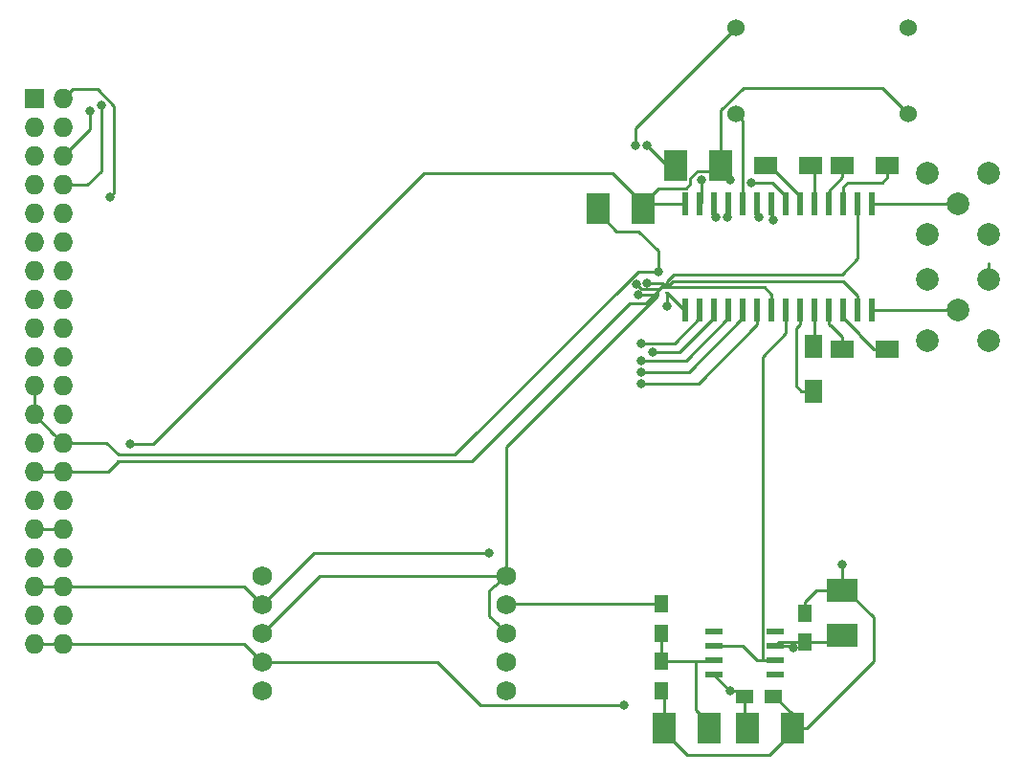
<source format=gtl>
G04 #@! TF.GenerationSoftware,KiCad,Pcbnew,(2017-12-02 revision 3109343)-master*
G04 #@! TF.CreationDate,2018-01-05T03:29:25-05:00*
G04 #@! TF.ProjectId,ddc112brd,6464633131326272642E6B696361645F,rev?*
G04 #@! TF.SameCoordinates,Original*
G04 #@! TF.FileFunction,Copper,L1,Top,Signal*
G04 #@! TF.FilePolarity,Positive*
%FSLAX46Y46*%
G04 Gerber Fmt 4.6, Leading zero omitted, Abs format (unit mm)*
G04 Created by KiCad (PCBNEW (2017-12-02 revision 3109343)-master) date Fri Jan  5 03:29:25 2018*
%MOMM*%
%LPD*%
G01*
G04 APERTURE LIST*
%ADD10C,1.998980*%
%ADD11R,0.600000X2.000000*%
%ADD12R,2.000000X2.794000*%
%ADD13C,1.524000*%
%ADD14R,1.550000X0.600000*%
%ADD15R,2.000000X1.600000*%
%ADD16R,1.600000X2.000000*%
%ADD17R,2.794000X2.000000*%
%ADD18R,1.500000X1.250000*%
%ADD19R,1.250000X1.500000*%
%ADD20O,1.727200X1.727200*%
%ADD21R,1.727200X1.727200*%
%ADD22R,1.300000X1.500000*%
%ADD23R,0.430000X0.280000*%
%ADD24C,1.727200*%
%ADD25C,0.800000*%
%ADD26C,0.250000*%
G04 APERTURE END LIST*
D10*
X189865000Y-74041000D03*
X192565020Y-76741020D03*
X192565020Y-71340980D03*
X187164980Y-71340980D03*
X187164980Y-76741020D03*
D11*
X182245000Y-83440000D03*
X180975000Y-83440000D03*
X179705000Y-83440000D03*
X178435000Y-83440000D03*
X177165000Y-83440000D03*
X175895000Y-83440000D03*
X174625000Y-83440000D03*
X173355000Y-83440000D03*
X172085000Y-83440000D03*
X170815000Y-83440000D03*
X169545000Y-83440000D03*
X168275000Y-83440000D03*
X167005000Y-83440000D03*
X165735000Y-83440000D03*
X165735000Y-74040000D03*
X167005000Y-74040000D03*
X168275000Y-74040000D03*
X169545000Y-74040000D03*
X170815000Y-74040000D03*
X172085000Y-74040000D03*
X173355000Y-74040000D03*
X174625000Y-74040000D03*
X175895000Y-74040000D03*
X177165000Y-74040000D03*
X178435000Y-74040000D03*
X179705000Y-74040000D03*
X180975000Y-74040000D03*
X182245000Y-74040000D03*
D12*
X161988000Y-74422000D03*
X157988000Y-74422000D03*
D13*
X170180000Y-66040000D03*
X170180000Y-58420000D03*
X185420000Y-58420000D03*
X185420000Y-66040000D03*
D14*
X173642000Y-111887000D03*
X173642000Y-113157000D03*
X173642000Y-114427000D03*
X173642000Y-115697000D03*
X168242000Y-115697000D03*
X168242000Y-114427000D03*
X168242000Y-113157000D03*
X168242000Y-111887000D03*
D10*
X187164980Y-86139020D03*
X187164980Y-80738980D03*
X192565020Y-80738980D03*
X192565020Y-86139020D03*
X189865000Y-83439000D03*
D12*
X167830000Y-120396000D03*
X163830000Y-120396000D03*
X164846000Y-70612000D03*
X168846000Y-70612000D03*
D15*
X172784000Y-70612000D03*
X176784000Y-70612000D03*
X183610000Y-70612000D03*
X179610000Y-70612000D03*
D12*
X171196000Y-120396000D03*
X175196000Y-120396000D03*
D16*
X177038000Y-86614000D03*
X177038000Y-90614000D03*
D15*
X179610000Y-86868000D03*
X183610000Y-86868000D03*
D17*
X179578000Y-112236000D03*
X179578000Y-108236000D03*
D18*
X170982000Y-117602000D03*
X173482000Y-117602000D03*
D19*
X176276000Y-110276000D03*
X176276000Y-112776000D03*
D20*
X110655001Y-112971500D03*
X108115001Y-112971500D03*
X110655001Y-110431500D03*
X108115001Y-110431500D03*
X110655001Y-107891500D03*
X108115001Y-107891500D03*
X110655001Y-105351500D03*
X108115001Y-105351500D03*
X110655001Y-102811500D03*
X108115001Y-102811500D03*
X110655001Y-100271500D03*
X108115001Y-100271500D03*
X110655001Y-97731500D03*
X108115001Y-97731500D03*
X110655001Y-95191500D03*
X108115001Y-95191500D03*
X110655001Y-92651500D03*
X108115001Y-92651500D03*
X110655001Y-90111500D03*
X108115001Y-90111500D03*
X110655001Y-87571500D03*
X108115001Y-87571500D03*
X110655001Y-85031500D03*
X108115001Y-85031500D03*
X110655001Y-82491500D03*
X108115001Y-82491500D03*
X110655001Y-79951500D03*
X108115001Y-79951500D03*
X110655001Y-77411500D03*
X108115001Y-77411500D03*
X110655001Y-74871500D03*
X108115001Y-74871500D03*
X110655001Y-72331500D03*
X108115001Y-72331500D03*
X110655001Y-69791500D03*
X108115001Y-69791500D03*
X110655001Y-67251500D03*
X108115001Y-67251500D03*
X110655001Y-64711500D03*
D21*
X108115001Y-64711500D03*
D22*
X163576000Y-109394000D03*
X163576000Y-112094000D03*
X163576000Y-117174000D03*
X163576000Y-114474000D03*
D23*
X115570000Y-96260000D03*
X115570000Y-96780000D03*
X164084000Y-81401000D03*
X164084000Y-81921000D03*
D24*
X149860000Y-117094000D03*
X149860000Y-114554000D03*
X149860000Y-112014000D03*
X149860000Y-109474000D03*
X149860000Y-106934000D03*
X128270000Y-114554000D03*
X128270000Y-112014000D03*
X128270000Y-117094000D03*
X128270000Y-109474000D03*
X128270000Y-106934000D03*
D25*
X161421653Y-81157653D03*
X161290000Y-68834000D03*
X161544000Y-82042000D03*
X179578000Y-105918000D03*
X162306000Y-68834000D03*
X162306000Y-81026000D03*
X116586000Y-95250000D03*
X169672000Y-71882000D03*
X171540000Y-72136000D03*
X163322000Y-80010000D03*
X167132000Y-71882000D03*
X164084000Y-83058000D03*
X169672000Y-117094000D03*
X148336000Y-104902000D03*
X175260000Y-113284000D03*
X160274000Y-118364000D03*
X161798000Y-89916000D03*
X161798000Y-88915997D03*
X161798000Y-87915994D03*
X114046000Y-65278000D03*
X173482000Y-75438000D03*
X113030000Y-65786000D03*
X172212000Y-75184000D03*
X161798000Y-86360000D03*
X168402000Y-75184000D03*
X114808000Y-73406000D03*
X162814000Y-87190994D03*
X169418000Y-75184000D03*
D26*
X163576000Y-114474000D02*
X166624000Y-114474000D01*
X166624000Y-114474000D02*
X168195000Y-114474000D01*
X167830000Y-120396000D02*
X167830000Y-119999000D01*
X167830000Y-119999000D02*
X166624000Y-118793000D01*
X166624000Y-118793000D02*
X166624000Y-114474000D01*
X168195000Y-114474000D02*
X168242000Y-114427000D01*
X163576000Y-112094000D02*
X163576000Y-114474000D01*
X149860000Y-106934000D02*
X148336000Y-108204000D01*
X148336000Y-108204000D02*
X148336000Y-110490000D01*
X148336000Y-110490000D02*
X148996401Y-111150401D01*
X148996401Y-111150401D02*
X149860000Y-112014000D01*
X163709000Y-81026000D02*
X163830000Y-81147000D01*
X163830000Y-81147000D02*
X164084000Y-81401000D01*
X161421653Y-81157653D02*
X161821652Y-81557652D01*
X163419348Y-81557652D02*
X163830000Y-81147000D01*
X161821652Y-81557652D02*
X163419348Y-81557652D01*
X162306000Y-66294000D02*
X161290000Y-67310000D01*
X161290000Y-67310000D02*
X161290000Y-68834000D01*
X164084000Y-64516000D02*
X162306000Y-66294000D01*
X162306000Y-68834000D02*
X164084000Y-70612000D01*
X164084000Y-70612000D02*
X164846000Y-70612000D01*
X163619000Y-81401000D02*
X163232000Y-81788000D01*
X160782000Y-82804000D02*
X162216000Y-82804000D01*
X162216000Y-82804000D02*
X163232000Y-81788000D01*
X115570000Y-96780000D02*
X146806000Y-96780000D01*
X146806000Y-96780000D02*
X160782000Y-82804000D01*
X110655001Y-97731500D02*
X108115001Y-97731500D01*
X149860000Y-106934000D02*
X133350000Y-106934000D01*
X133350000Y-106934000D02*
X128270000Y-112014000D01*
X163232000Y-82132000D02*
X149860000Y-95504000D01*
X149860000Y-95504000D02*
X149860000Y-106934000D01*
X163068000Y-81952000D02*
X163232000Y-81788000D01*
X163232000Y-81788000D02*
X163232000Y-82132000D01*
X163068000Y-82042000D02*
X163068000Y-81952000D01*
X163619000Y-81401000D02*
X164084000Y-81401000D01*
X161544000Y-82042000D02*
X163068000Y-82042000D01*
X179578000Y-108236000D02*
X179578000Y-105918000D01*
X182372000Y-114470000D02*
X182372000Y-110633000D01*
X182372000Y-110633000D02*
X179975000Y-108236000D01*
X179975000Y-108236000D02*
X179578000Y-108236000D01*
X175196000Y-120396000D02*
X176446000Y-120396000D01*
X176446000Y-120396000D02*
X182372000Y-114470000D01*
X165862000Y-122825000D02*
X173164000Y-122825000D01*
X173164000Y-122825000D02*
X175196000Y-120793000D01*
X175196000Y-120793000D02*
X175196000Y-120396000D01*
X163830000Y-120396000D02*
X163830000Y-120793000D01*
X163830000Y-120793000D02*
X165862000Y-122825000D01*
X176276000Y-110276000D02*
X176276000Y-109276000D01*
X176276000Y-109276000D02*
X177316000Y-108236000D01*
X177316000Y-108236000D02*
X177931000Y-108236000D01*
X177931000Y-108236000D02*
X179578000Y-108236000D01*
X175196000Y-120396000D02*
X175196000Y-119191000D01*
X175196000Y-119191000D02*
X173607000Y-117602000D01*
X173607000Y-117602000D02*
X173482000Y-117602000D01*
X163830000Y-120396000D02*
X163830000Y-117428000D01*
X163830000Y-117428000D02*
X163576000Y-117174000D01*
X162306000Y-81026000D02*
X163709000Y-81026000D01*
X192565020Y-80738980D02*
X192565020Y-79325488D01*
X170180000Y-58420000D02*
X164084000Y-64516000D01*
X180975000Y-74040000D02*
X180975000Y-78867000D01*
X164084000Y-80899000D02*
X164084000Y-81026000D01*
X164084000Y-81026000D02*
X164084000Y-81401000D01*
X164719000Y-80264000D02*
X164084000Y-80899000D01*
X179578000Y-80264000D02*
X164719000Y-80264000D01*
X180975000Y-78867000D02*
X179578000Y-80264000D01*
X180975000Y-83440000D02*
X180975000Y-82169000D01*
X164586000Y-80899000D02*
X164084000Y-81401000D01*
X179705000Y-80899000D02*
X164586000Y-80899000D01*
X180975000Y-82169000D02*
X179705000Y-80899000D01*
X164084000Y-81401000D02*
X172714000Y-81401000D01*
X173355000Y-82042000D02*
X173355000Y-83440000D01*
X172714000Y-81401000D02*
X173355000Y-82042000D01*
X115570000Y-96780000D02*
X114618500Y-97731500D01*
X114618500Y-97731500D02*
X110655001Y-97731500D01*
X159258000Y-71295000D02*
X142583639Y-71295000D01*
X142583639Y-71295000D02*
X118628639Y-95250000D01*
X118628639Y-95250000D02*
X116586000Y-95250000D01*
X165796002Y-72644000D02*
X163576000Y-72644000D01*
X163369000Y-72644000D02*
X161988000Y-74025000D01*
X163576000Y-72644000D02*
X163369000Y-72644000D01*
X161988000Y-74025000D02*
X161988000Y-74422000D01*
X169672000Y-71882000D02*
X168946999Y-71156999D01*
X168946999Y-71156999D02*
X166783999Y-71156999D01*
X166171001Y-71769997D02*
X166171001Y-72269001D01*
X166783999Y-71156999D02*
X166171001Y-71769997D01*
X166171001Y-72269001D02*
X165796002Y-72644000D01*
X168846000Y-70612000D02*
X168846000Y-65765238D01*
X168846000Y-65765238D02*
X170857238Y-63754000D01*
X170857238Y-63754000D02*
X183134000Y-63754000D01*
X161988000Y-74025000D02*
X159258000Y-71295000D01*
X165735000Y-74040000D02*
X162370000Y-74040000D01*
X162370000Y-74040000D02*
X161988000Y-74422000D01*
X174625000Y-74040000D02*
X174625000Y-73340000D01*
X174625000Y-73340000D02*
X173421000Y-72136000D01*
X173421000Y-72136000D02*
X171540000Y-72136000D01*
X183134000Y-63754000D02*
X185420000Y-66040000D01*
X165608000Y-73913000D02*
X165735000Y-74040000D01*
X108115001Y-102811500D02*
X110655001Y-102811500D01*
X161601685Y-76454000D02*
X159623000Y-76454000D01*
X163322000Y-78174315D02*
X161601685Y-76454000D01*
X145294000Y-96260000D02*
X115570000Y-96260000D01*
X161544000Y-80010000D02*
X145294000Y-96260000D01*
X159623000Y-76454000D02*
X157988000Y-74819000D01*
X163322000Y-80010000D02*
X161544000Y-80010000D01*
X163322000Y-80010000D02*
X163322000Y-78174315D01*
X157988000Y-74819000D02*
X157988000Y-74422000D01*
X167132000Y-71882000D02*
X167132000Y-73913000D01*
X167132000Y-73913000D02*
X167005000Y-74040000D01*
X164084000Y-81921000D02*
X164084000Y-83058000D01*
X108115001Y-92651500D02*
X108115001Y-90111500D01*
X110655001Y-95191500D02*
X109791402Y-94327901D01*
X109791402Y-94327901D02*
X108115001Y-92651500D01*
X165735000Y-83440000D02*
X165603000Y-83440000D01*
X165603000Y-83440000D02*
X164084000Y-81921000D01*
X115570000Y-96260000D02*
X114501500Y-95191500D01*
X114501500Y-95191500D02*
X110655001Y-95191500D01*
X175895000Y-74040000D02*
X175895000Y-73340000D01*
X175895000Y-73340000D02*
X173167000Y-70612000D01*
X173167000Y-70612000D02*
X173082002Y-70612000D01*
X173082002Y-70612000D02*
X172784000Y-70612000D01*
X177165000Y-74040000D02*
X177165000Y-70993000D01*
X177165000Y-70993000D02*
X176784000Y-70612000D01*
X180086000Y-72136000D02*
X179705000Y-72517000D01*
X179705000Y-72517000D02*
X179705000Y-74040000D01*
X183136000Y-72136000D02*
X180086000Y-72136000D01*
X183610000Y-70612000D02*
X183610000Y-71662000D01*
X183610000Y-71662000D02*
X183136000Y-72136000D01*
X178374000Y-72898000D02*
X178374000Y-73979000D01*
X178374000Y-73979000D02*
X178435000Y-74040000D01*
X179610000Y-70612000D02*
X179610000Y-71662000D01*
X179610000Y-71662000D02*
X178374000Y-72898000D01*
X169672000Y-117094000D02*
X170474000Y-117094000D01*
X170474000Y-117094000D02*
X170982000Y-117602000D01*
X169672000Y-117094000D02*
X169639000Y-117094000D01*
X169639000Y-117094000D02*
X168242000Y-115697000D01*
X128270000Y-109474000D02*
X132842000Y-104902000D01*
X132842000Y-104902000D02*
X148336000Y-104902000D01*
X110655001Y-107891500D02*
X126687500Y-107891500D01*
X126687500Y-107891500D02*
X128270000Y-109474000D01*
X110655001Y-107891500D02*
X108115001Y-107891500D01*
X170982000Y-117602000D02*
X170982000Y-120182000D01*
X170982000Y-120182000D02*
X171196000Y-120396000D01*
X177165000Y-83440000D02*
X177165000Y-86487000D01*
X177165000Y-86487000D02*
X177038000Y-86614000D01*
X175895000Y-83440000D02*
X175895000Y-84690000D01*
X175514000Y-90140000D02*
X175988000Y-90614000D01*
X175895000Y-84690000D02*
X175514000Y-85071000D01*
X175514000Y-85071000D02*
X175514000Y-90140000D01*
X175988000Y-90614000D02*
X177038000Y-90614000D01*
X178562000Y-84770000D02*
X178515000Y-84770000D01*
X178515000Y-84770000D02*
X178435000Y-84690000D01*
X178435000Y-84690000D02*
X178435000Y-83440000D01*
X179610000Y-86868000D02*
X179610000Y-85818000D01*
X179610000Y-85818000D02*
X178562000Y-84770000D01*
X179410000Y-86360000D02*
X179610000Y-86360000D01*
X181102000Y-85610000D02*
X181102000Y-85537000D01*
X181102000Y-85537000D02*
X179705000Y-84140000D01*
X179705000Y-84140000D02*
X179705000Y-83440000D01*
X183610000Y-86868000D02*
X182360000Y-86868000D01*
X182360000Y-86868000D02*
X181102000Y-85610000D01*
X173642000Y-113157000D02*
X175133000Y-113157000D01*
X175133000Y-113157000D02*
X175260000Y-113284000D01*
X143764000Y-114554000D02*
X147608998Y-118398998D01*
X147608998Y-118398998D02*
X160239002Y-118398998D01*
X160239002Y-118398998D02*
X160274000Y-118364000D01*
X128270000Y-114554000D02*
X143764000Y-114554000D01*
X110655001Y-112971500D02*
X108115001Y-112971500D01*
X110655001Y-112971500D02*
X126687500Y-112971500D01*
X126687500Y-112971500D02*
X128270000Y-114554000D01*
X176276000Y-112776000D02*
X179038000Y-112776000D01*
X179038000Y-112776000D02*
X179578000Y-112236000D01*
X176276000Y-112776000D02*
X174023000Y-112776000D01*
X174023000Y-112776000D02*
X173642000Y-113157000D01*
X189865000Y-74041000D02*
X182246000Y-74041000D01*
X182246000Y-74041000D02*
X182245000Y-74040000D01*
X189865000Y-83439000D02*
X182246000Y-83439000D01*
X182246000Y-83439000D02*
X182245000Y-83440000D01*
X163576000Y-109394000D02*
X149940000Y-109394000D01*
X149940000Y-109394000D02*
X149860000Y-109474000D01*
X172541999Y-87554001D02*
X174625000Y-85471000D01*
X174625000Y-85471000D02*
X174625000Y-83440000D01*
X173642000Y-114427000D02*
X172617000Y-114427000D01*
X172617000Y-114427000D02*
X172541999Y-114351999D01*
X172541999Y-114351999D02*
X172541999Y-87554001D01*
X170815000Y-113157000D02*
X172085000Y-114427000D01*
X172085000Y-114427000D02*
X173642000Y-114427000D01*
X168242000Y-113157000D02*
X170815000Y-113157000D01*
X174625000Y-83440000D02*
X174625000Y-84140000D01*
X170815000Y-74040000D02*
X170815000Y-66675000D01*
X170815000Y-66675000D02*
X170180000Y-66040000D01*
X166859000Y-89916000D02*
X161798000Y-89916000D01*
X172085000Y-83440000D02*
X172085000Y-84690000D01*
X172085000Y-84690000D02*
X166859000Y-89916000D01*
X170815000Y-83440000D02*
X170815000Y-84140000D01*
X166039003Y-88915997D02*
X161798000Y-88915997D01*
X170815000Y-84140000D02*
X166039003Y-88915997D01*
X169545000Y-83440000D02*
X169545000Y-84140000D01*
X169545000Y-84140000D02*
X165769006Y-87915994D01*
X165769006Y-87915994D02*
X161798000Y-87915994D01*
X114046000Y-65278000D02*
X114046000Y-71120000D01*
X114046000Y-71120000D02*
X112834500Y-72331500D01*
X112834500Y-72331500D02*
X110655001Y-72331500D01*
X173355000Y-74040000D02*
X173355000Y-75311000D01*
X173355000Y-75311000D02*
X173482000Y-75438000D01*
X113030000Y-65786000D02*
X113030000Y-67416501D01*
X113030000Y-67416501D02*
X110655001Y-69791500D01*
X172085000Y-74040000D02*
X172085000Y-75057000D01*
X172085000Y-75057000D02*
X172212000Y-75184000D01*
X167005000Y-83440000D02*
X167005000Y-84140000D01*
X167005000Y-84140000D02*
X164785000Y-86360000D01*
X164785000Y-86360000D02*
X161798000Y-86360000D01*
X168275000Y-74040000D02*
X168275000Y-75057000D01*
X168275000Y-75057000D02*
X168402000Y-75184000D01*
X114808000Y-73406000D02*
X115207999Y-73006001D01*
X115207999Y-73006001D02*
X115207999Y-65366997D01*
X115207999Y-65366997D02*
X113688903Y-63847901D01*
X113688903Y-63847901D02*
X111518600Y-63847901D01*
X111518600Y-63847901D02*
X110655001Y-64711500D01*
X168275000Y-83440000D02*
X168275000Y-84140000D01*
X168275000Y-84140000D02*
X165224006Y-87190994D01*
X165224006Y-87190994D02*
X162814000Y-87190994D01*
X169545000Y-74040000D02*
X169545000Y-75057000D01*
X169545000Y-75057000D02*
X169418000Y-75184000D01*
M02*

</source>
